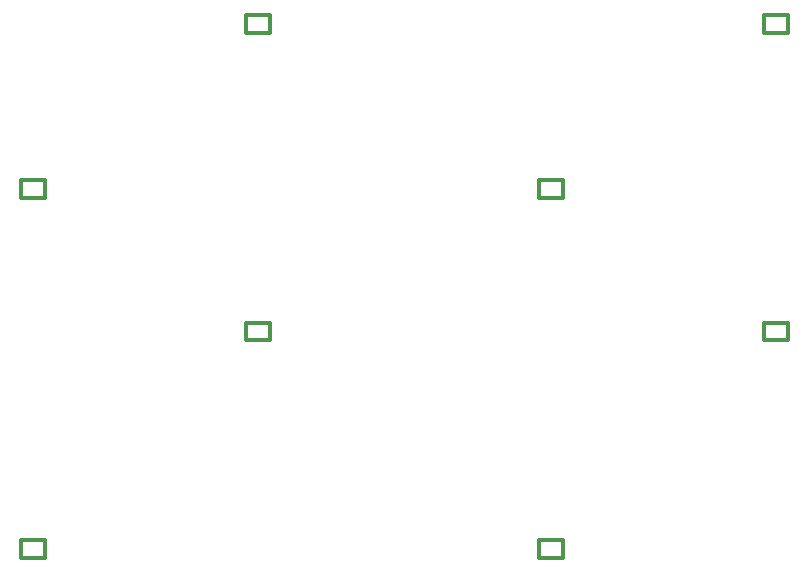
<source format=gbo>
G04 #@! TF.GenerationSoftware,KiCad,Pcbnew,5.0.2-bee76a0~70~ubuntu18.04.1*
G04 #@! TF.CreationDate,2019-07-24T01:50:04+09:00*
G04 #@! TF.ProjectId,shieldR,73686965-6c64-4522-9e6b-696361645f70,rev?*
G04 #@! TF.SameCoordinates,Original*
G04 #@! TF.FileFunction,Legend,Bot*
G04 #@! TF.FilePolarity,Positive*
%FSLAX46Y46*%
G04 Gerber Fmt 4.6, Leading zero omitted, Abs format (unit mm)*
G04 Created by KiCad (PCBNEW 5.0.2-bee76a0~70~ubuntu18.04.1) date 2019年07月24日 01時50分04秒*
%MOMM*%
%LPD*%
G01*
G04 APERTURE LIST*
%ADD10C,0.300000*%
G04 APERTURE END LIST*
D10*
G04 #@! TO.C,L4*
X113920000Y-77140000D02*
X113920000Y-78590000D01*
X113920000Y-78590000D02*
X111870000Y-78590000D01*
X111870000Y-78590000D02*
X111870000Y-77140000D01*
X111870000Y-77140000D02*
X113920000Y-77140000D01*
G04 #@! TO.C,L2*
X68055000Y-46660000D02*
X70105000Y-46660000D01*
X68055000Y-48110000D02*
X68055000Y-46660000D01*
X70105000Y-48110000D02*
X68055000Y-48110000D01*
X70105000Y-46660000D02*
X70105000Y-48110000D01*
G04 #@! TO.C,L3*
X87105000Y-58725000D02*
X89155000Y-58725000D01*
X87105000Y-60175000D02*
X87105000Y-58725000D01*
X89155000Y-60175000D02*
X87105000Y-60175000D01*
X89155000Y-58725000D02*
X89155000Y-60175000D01*
G04 #@! TO.C,L1*
X132970000Y-32690000D02*
X132970000Y-34140000D01*
X132970000Y-34140000D02*
X130920000Y-34140000D01*
X130920000Y-34140000D02*
X130920000Y-32690000D01*
X130920000Y-32690000D02*
X132970000Y-32690000D01*
X87105000Y-32690000D02*
X89155000Y-32690000D01*
X87105000Y-34140000D02*
X87105000Y-32690000D01*
X89155000Y-34140000D02*
X87105000Y-34140000D01*
X89155000Y-32690000D02*
X89155000Y-34140000D01*
G04 #@! TO.C,L3*
X132970000Y-58725000D02*
X132970000Y-60175000D01*
X132970000Y-60175000D02*
X130920000Y-60175000D01*
X130920000Y-60175000D02*
X130920000Y-58725000D01*
X130920000Y-58725000D02*
X132970000Y-58725000D01*
G04 #@! TO.C,L4*
X68055000Y-77140000D02*
X70105000Y-77140000D01*
X68055000Y-78590000D02*
X68055000Y-77140000D01*
X70105000Y-78590000D02*
X68055000Y-78590000D01*
X70105000Y-77140000D02*
X70105000Y-78590000D01*
G04 #@! TO.C,L2*
X113920000Y-46660000D02*
X113920000Y-48110000D01*
X113920000Y-48110000D02*
X111870000Y-48110000D01*
X111870000Y-48110000D02*
X111870000Y-46660000D01*
X111870000Y-46660000D02*
X113920000Y-46660000D01*
G04 #@! TD*
M02*

</source>
